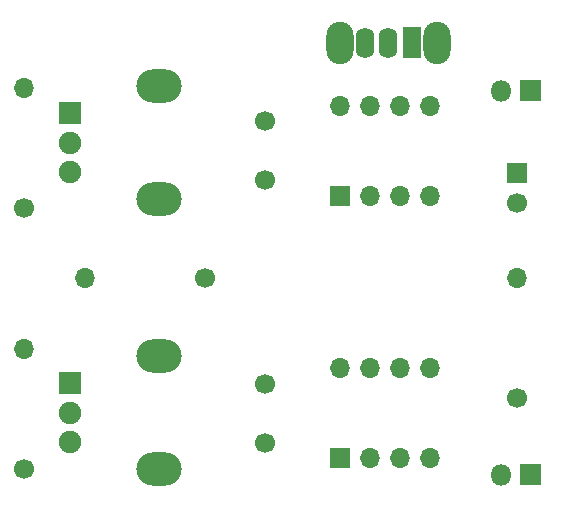
<source format=gbr>
%TF.GenerationSoftware,KiCad,Pcbnew,5.1.10-88a1d61d58~88~ubuntu20.04.1*%
%TF.CreationDate,2021-07-14T13:59:44+02:00*%
%TF.ProjectId,atari_punk,61746172-695f-4707-956e-6b2e6b696361,rev?*%
%TF.SameCoordinates,Original*%
%TF.FileFunction,Soldermask,Bot*%
%TF.FilePolarity,Negative*%
%FSLAX46Y46*%
G04 Gerber Fmt 4.6, Leading zero omitted, Abs format (unit mm)*
G04 Created by KiCad (PCBNEW 5.1.10-88a1d61d58~88~ubuntu20.04.1) date 2021-07-14 13:59:44*
%MOMM*%
%LPD*%
G01*
G04 APERTURE LIST*
%ADD10O,3.840000X2.820000*%
%ADD11C,1.900000*%
%ADD12O,2.300000X3.600000*%
%ADD13O,1.600000X2.600000*%
%ADD14O,1.800000X1.800000*%
%ADD15O,1.700000X1.700000*%
%ADD16C,1.700000*%
G04 APERTURE END LIST*
D10*
%TO.C,R4*%
X102369000Y-126605000D03*
X102369000Y-136205000D03*
D11*
X94869000Y-133905000D03*
X94869000Y-131405000D03*
G36*
G01*
X95769000Y-129855000D02*
X93969000Y-129855000D01*
G75*
G02*
X93919000Y-129805000I0J50000D01*
G01*
X93919000Y-128005000D01*
G75*
G02*
X93969000Y-127955000I50000J0D01*
G01*
X95769000Y-127955000D01*
G75*
G02*
X95819000Y-128005000I0J-50000D01*
G01*
X95819000Y-129805000D01*
G75*
G02*
X95769000Y-129855000I-50000J0D01*
G01*
G37*
%TD*%
D10*
%TO.C,R1*%
X102369000Y-103745000D03*
X102369000Y-113345000D03*
D11*
X94869000Y-111045000D03*
X94869000Y-108545000D03*
G36*
G01*
X95769000Y-106995000D02*
X93969000Y-106995000D01*
G75*
G02*
X93919000Y-106945000I0J50000D01*
G01*
X93919000Y-105145000D01*
G75*
G02*
X93969000Y-105095000I50000J0D01*
G01*
X95769000Y-105095000D01*
G75*
G02*
X95819000Y-105145000I0J-50000D01*
G01*
X95819000Y-106945000D01*
G75*
G02*
X95769000Y-106995000I-50000J0D01*
G01*
G37*
%TD*%
D12*
%TO.C,SW1*%
X117725000Y-100076000D03*
X125925000Y-100076000D03*
D13*
X119825000Y-100076000D03*
X121825000Y-100076000D03*
G36*
G01*
X124625000Y-98826000D02*
X124625000Y-101326000D01*
G75*
G02*
X124575000Y-101376000I-50000J0D01*
G01*
X123075000Y-101376000D01*
G75*
G02*
X123025000Y-101326000I0J50000D01*
G01*
X123025000Y-98826000D01*
G75*
G02*
X123075000Y-98776000I50000J0D01*
G01*
X124575000Y-98776000D01*
G75*
G02*
X124625000Y-98826000I0J-50000D01*
G01*
G37*
%TD*%
D14*
%TO.C,J2*%
X131318000Y-136652000D03*
G36*
G01*
X133008000Y-135752000D02*
X134708000Y-135752000D01*
G75*
G02*
X134758000Y-135802000I0J-50000D01*
G01*
X134758000Y-137502000D01*
G75*
G02*
X134708000Y-137552000I-50000J0D01*
G01*
X133008000Y-137552000D01*
G75*
G02*
X132958000Y-137502000I0J50000D01*
G01*
X132958000Y-135802000D01*
G75*
G02*
X133008000Y-135752000I50000J0D01*
G01*
G37*
%TD*%
%TO.C,J1*%
X131318000Y-104140000D03*
G36*
G01*
X133008000Y-103240000D02*
X134708000Y-103240000D01*
G75*
G02*
X134758000Y-103290000I0J-50000D01*
G01*
X134758000Y-104990000D01*
G75*
G02*
X134708000Y-105040000I-50000J0D01*
G01*
X133008000Y-105040000D01*
G75*
G02*
X132958000Y-104990000I0J50000D01*
G01*
X132958000Y-103290000D01*
G75*
G02*
X133008000Y-103240000I50000J0D01*
G01*
G37*
%TD*%
D15*
%TO.C,R6*%
X90932000Y-125984000D03*
D16*
X90932000Y-136144000D03*
%TD*%
D15*
%TO.C,R5*%
X90932000Y-103886000D03*
D16*
X90932000Y-114046000D03*
%TD*%
%TO.C,C1*%
X111379000Y-106680000D03*
X111379000Y-111680000D03*
%TD*%
%TO.C,C2*%
G36*
G01*
X131915000Y-110275000D02*
X133515000Y-110275000D01*
G75*
G02*
X133565000Y-110325000I0J-50000D01*
G01*
X133565000Y-111925000D01*
G75*
G02*
X133515000Y-111975000I-50000J0D01*
G01*
X131915000Y-111975000D01*
G75*
G02*
X131865000Y-111925000I0J50000D01*
G01*
X131865000Y-110325000D01*
G75*
G02*
X131915000Y-110275000I50000J0D01*
G01*
G37*
X132715000Y-113625000D03*
%TD*%
%TO.C,C3*%
X111379000Y-128985000D03*
X111379000Y-133985000D03*
%TD*%
%TO.C,R2*%
X106299000Y-120015000D03*
D15*
X96139000Y-120015000D03*
%TD*%
%TO.C,R3*%
X132715000Y-120015000D03*
D16*
X132715000Y-130175000D03*
%TD*%
%TO.C,U1*%
G36*
G01*
X118529000Y-113880000D02*
X116929000Y-113880000D01*
G75*
G02*
X116879000Y-113830000I0J50000D01*
G01*
X116879000Y-112230000D01*
G75*
G02*
X116929000Y-112180000I50000J0D01*
G01*
X118529000Y-112180000D01*
G75*
G02*
X118579000Y-112230000I0J-50000D01*
G01*
X118579000Y-113830000D01*
G75*
G02*
X118529000Y-113880000I-50000J0D01*
G01*
G37*
D15*
X125349000Y-105410000D03*
X120269000Y-113030000D03*
X122809000Y-105410000D03*
X122809000Y-113030000D03*
X120269000Y-105410000D03*
X125349000Y-113030000D03*
X117729000Y-105410000D03*
%TD*%
%TO.C,U2*%
X117729000Y-127635000D03*
X125349000Y-135255000D03*
X120269000Y-127635000D03*
X122809000Y-135255000D03*
X122809000Y-127635000D03*
X120269000Y-135255000D03*
X125349000Y-127635000D03*
G36*
G01*
X118529000Y-136105000D02*
X116929000Y-136105000D01*
G75*
G02*
X116879000Y-136055000I0J50000D01*
G01*
X116879000Y-134455000D01*
G75*
G02*
X116929000Y-134405000I50000J0D01*
G01*
X118529000Y-134405000D01*
G75*
G02*
X118579000Y-134455000I0J-50000D01*
G01*
X118579000Y-136055000D01*
G75*
G02*
X118529000Y-136105000I-50000J0D01*
G01*
G37*
%TD*%
M02*

</source>
